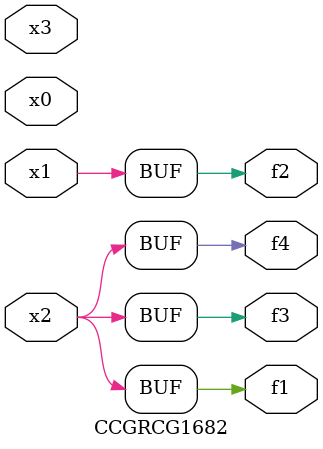
<source format=v>
module CCGRCG1682(
	input x0, x1, x2, x3,
	output f1, f2, f3, f4
);
	assign f1 = x2;
	assign f2 = x1;
	assign f3 = x2;
	assign f4 = x2;
endmodule

</source>
